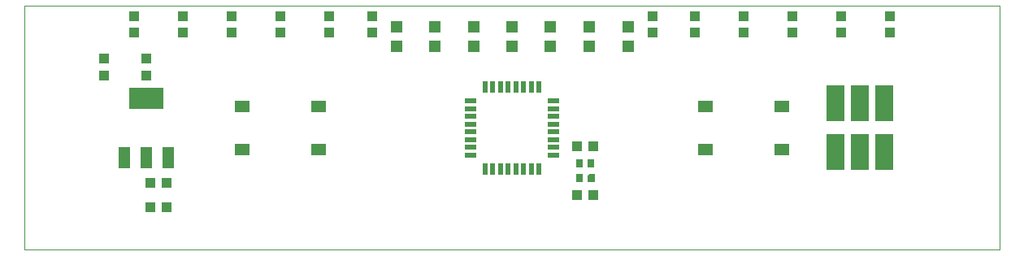
<source format=gbp>
G75*
G70*
%OFA0B0*%
%FSLAX24Y24*%
%IPPOS*%
%LPD*%
%AMOC8*
5,1,8,0,0,1.08239X$1,22.5*
%
%ADD10C,0.0000*%
%ADD11R,0.0433X0.0394*%
%ADD12R,0.0472X0.0472*%
%ADD13R,0.0500X0.0220*%
%ADD14R,0.0220X0.0500*%
%ADD15R,0.0295X0.0335*%
%ADD16C,0.0020*%
%ADD17R,0.0750X0.1500*%
%ADD18R,0.0610X0.0512*%
%ADD19R,0.0480X0.0880*%
%ADD20R,0.1417X0.0866*%
%ADD21R,0.0394X0.0433*%
D10*
X000150Y000175D02*
X000150Y010175D01*
X040150Y010175D01*
X040150Y000175D01*
X000150Y000175D01*
D11*
X022815Y002425D03*
X023485Y002425D03*
X023485Y004425D03*
X022815Y004425D03*
X025900Y009090D03*
X027650Y009090D03*
X029650Y009090D03*
X031650Y009090D03*
X033650Y009090D03*
X035650Y009090D03*
X035650Y009760D03*
X033650Y009760D03*
X031650Y009760D03*
X029650Y009760D03*
X027650Y009760D03*
X025900Y009760D03*
X014400Y009760D03*
X012650Y009760D03*
X010650Y009760D03*
X008650Y009760D03*
X006650Y009760D03*
X004650Y009760D03*
X004650Y009090D03*
X006650Y009090D03*
X008650Y009090D03*
X010650Y009090D03*
X012650Y009090D03*
X014400Y009090D03*
D12*
X015400Y009338D03*
X016983Y009338D03*
X018567Y009338D03*
X020150Y009338D03*
X021733Y009338D03*
X023317Y009338D03*
X024900Y009338D03*
X024900Y008512D03*
X023317Y008512D03*
X021733Y008512D03*
X020150Y008512D03*
X018567Y008512D03*
X016983Y008512D03*
X015400Y008512D03*
D13*
X018460Y006277D03*
X018460Y005962D03*
X018460Y005647D03*
X018460Y005332D03*
X018460Y005018D03*
X018460Y004703D03*
X018460Y004388D03*
X018460Y004073D03*
X021840Y004073D03*
X021840Y004388D03*
X021840Y004703D03*
X021840Y005018D03*
X021840Y005332D03*
X021840Y005647D03*
X021840Y005962D03*
X021840Y006277D03*
D14*
X021252Y006865D03*
X020937Y006865D03*
X020622Y006865D03*
X020307Y006865D03*
X019993Y006865D03*
X019678Y006865D03*
X019363Y006865D03*
X019048Y006865D03*
X019048Y003485D03*
X019363Y003485D03*
X019678Y003485D03*
X019993Y003485D03*
X020307Y003485D03*
X020622Y003485D03*
X020937Y003485D03*
X021252Y003485D03*
D15*
X022924Y003710D03*
X023376Y003710D03*
X022924Y003140D03*
D16*
X023239Y003135D02*
X023514Y003135D01*
X023514Y003117D02*
X023239Y003117D01*
X023239Y003098D02*
X023514Y003098D01*
X023514Y003080D02*
X023239Y003080D01*
X023239Y003061D02*
X023514Y003061D01*
X023514Y003043D02*
X023239Y003043D01*
X023239Y003024D02*
X023514Y003024D01*
X023514Y003006D02*
X023239Y003006D01*
X023239Y002987D02*
X023514Y002987D01*
X023514Y002982D02*
X023514Y003297D01*
X023337Y003297D01*
X023239Y003199D01*
X023239Y002982D01*
X023514Y002982D01*
X023514Y003154D02*
X023239Y003154D01*
X023239Y003172D02*
X023514Y003172D01*
X023514Y003191D02*
X023239Y003191D01*
X023249Y003209D02*
X023514Y003209D01*
X023514Y003228D02*
X023268Y003228D01*
X023286Y003246D02*
X023514Y003246D01*
X023514Y003265D02*
X023305Y003265D01*
X023323Y003283D02*
X023514Y003283D01*
D17*
X033400Y004175D03*
X034400Y004175D03*
X035400Y004175D03*
X035400Y006175D03*
X034400Y006175D03*
X033400Y006175D03*
D18*
X031215Y006061D03*
X028085Y006061D03*
X028085Y004289D03*
X031215Y004289D03*
X012215Y004289D03*
X009085Y004289D03*
X009085Y006061D03*
X012215Y006061D03*
D19*
X006060Y003955D03*
X005150Y003955D03*
X004240Y003955D03*
D20*
X005150Y006395D03*
D21*
X005150Y007340D03*
X003400Y007340D03*
X003400Y008010D03*
X005150Y008010D03*
X005315Y002925D03*
X005985Y002925D03*
X005985Y001925D03*
X005315Y001925D03*
M02*

</source>
